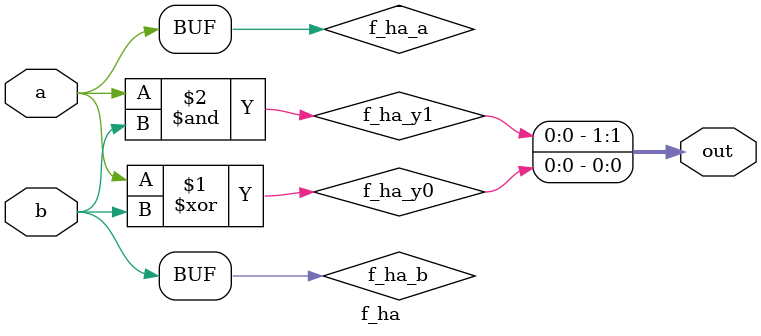
<source format=v>
module f_ha(input a, input b, output [1:0]out);
  wire f_ha_a;
  wire f_ha_b;
  wire f_ha_y0;
  wire f_ha_y1;

  assign f_ha_a = a;
  assign f_ha_b = b;
  assign f_ha_y0 = f_ha_a ^ f_ha_b;
  assign f_ha_y1 = f_ha_a & f_ha_b;

  assign out[0] = f_ha_y0;
  assign out[1] = f_ha_y1;
endmodule
</source>
